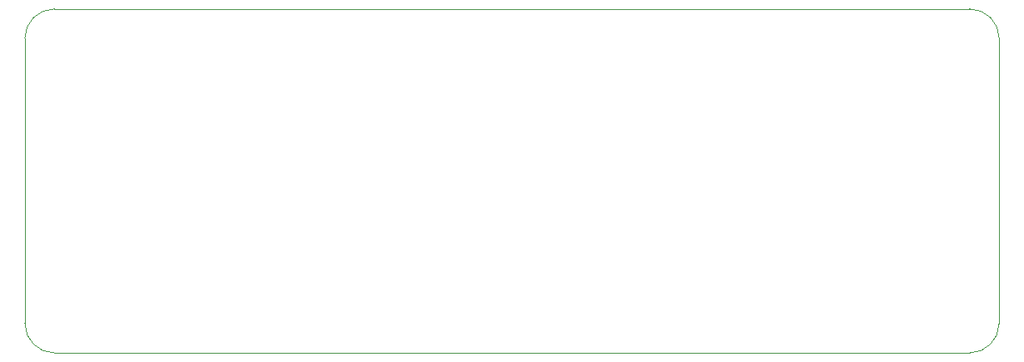
<source format=gbr>
%TF.GenerationSoftware,KiCad,Pcbnew,7.0.8*%
%TF.CreationDate,2024-01-31T16:08:22-06:00*%
%TF.ProjectId,K33b,4b333362-2e6b-4696-9361-645f70636258,rev?*%
%TF.SameCoordinates,Original*%
%TF.FileFunction,Profile,NP*%
%FSLAX46Y46*%
G04 Gerber Fmt 4.6, Leading zero omitted, Abs format (unit mm)*
G04 Created by KiCad (PCBNEW 7.0.8) date 2024-01-31 16:08:22*
%MOMM*%
%LPD*%
G01*
G04 APERTURE LIST*
%TA.AperFunction,Profile*%
%ADD10C,0.100000*%
%TD*%
G04 APERTURE END LIST*
D10*
X72000000Y-119000000D02*
G75*
G03*
X75000000Y-122000000I3000000J0D01*
G01*
X168000000Y-122000000D02*
G75*
G03*
X171000000Y-119000000I0J3000000D01*
G01*
X171000000Y-90000000D02*
G75*
G03*
X168000000Y-87000000I-3000000J0D01*
G01*
X75000000Y-87000000D02*
G75*
G03*
X72000000Y-90000000I0J-3000000D01*
G01*
X72000000Y-119000000D02*
X72000000Y-90000000D01*
X168000000Y-122000000D02*
X75000000Y-122000000D01*
X171000000Y-90000000D02*
X171000000Y-119000000D01*
X75000000Y-87000000D02*
X168000000Y-87000000D01*
M02*

</source>
